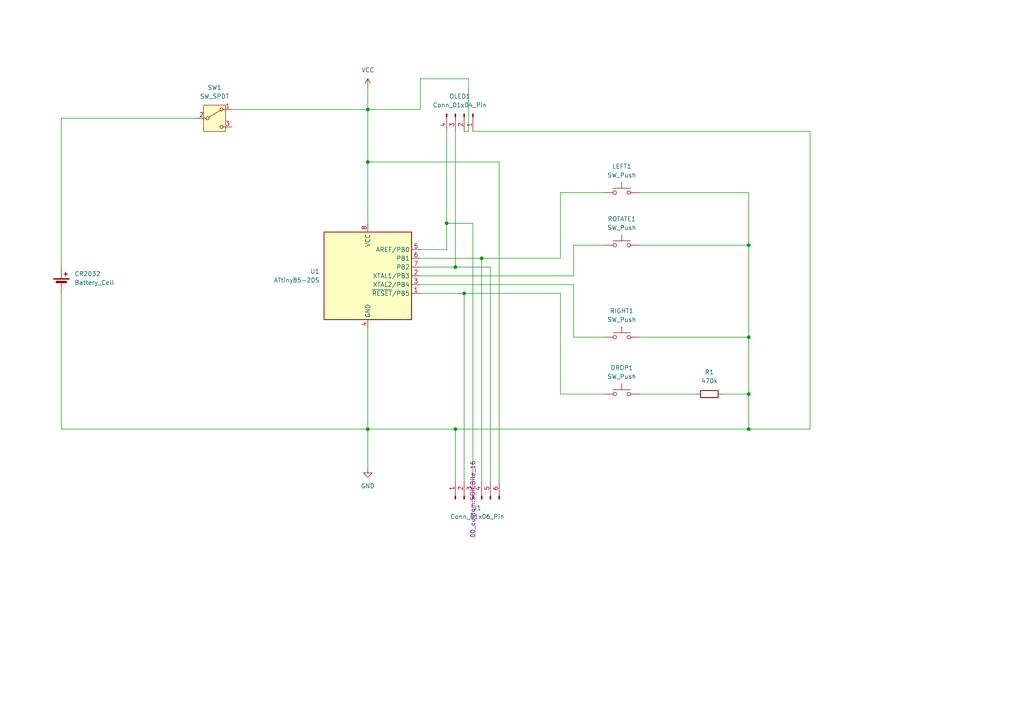
<source format=kicad_sch>
(kicad_sch (version 20231120) (generator "eeschema") (generator_version "8.0")
  (paper "A4")
  (lib_symbols
    (symbol "Connector:Conn_01x04_Pin" (pin_names (offset 1.016) hide)
      (property "Reference" "J" (at 0 5.08 0))
      (property "Value" "Conn_01x04_Pin" (at 0 -7.62 0))
      (symbol "Conn_01x04_Pin_1_1"
        (polyline (pts (xy 1.27 -5.08) (xy 0.8636 -5.08)) (stroke (width 0.1524)))
        (polyline (pts (xy 1.27 -2.54) (xy 0.8636 -2.54)) (stroke (width 0.1524)))
        (polyline (pts (xy 1.27 0) (xy 0.8636 0)) (stroke (width 0.1524)))
        (polyline (pts (xy 1.27 2.54) (xy 0.8636 2.54)) (stroke (width 0.1524)))
        (rectangle (start 0.8636 -4.953) (end 0 -5.207) (stroke (width 0.1524)) (fill (type outline)))
        (rectangle (start 0.8636 -2.413) (end 0 -2.667) (stroke (width 0.1524)) (fill (type outline)))
        (rectangle (start 0.8636 0.127) (end 0 -0.127) (stroke (width 0.1524)) (fill (type outline)))
        (rectangle (start 0.8636 2.667) (end 0 2.413) (stroke (width 0.1524)) (fill (type outline)))
        (pin passive line (at 5.08 2.54 180) (length 3.81) (name "Pin_1") (number "1"))
        (pin passive line (at 5.08 0 180) (length 3.81) (name "Pin_2") (number "2"))
        (pin passive line (at 5.08 -2.54 180) (length 3.81) (name "Pin_3") (number "3"))
        (pin passive line (at 5.08 -5.08 180) (length 3.81) (name "Pin_4") (number "4"))
      )
    )
    (symbol "Connector:Conn_01x06_Pin" (pin_names (offset 1.016) hide)
      (property "Reference" "J" (at 0 7.62 0))
      (property "Value" "Conn_01x06_Pin" (at 0 -10.16 0))
      (symbol "Conn_01x06_Pin_1_1"
        (polyline (pts (xy 1.27 -7.62) (xy 0.8636 -7.62)) (stroke (width 0.1524)))
        (polyline (pts (xy 1.27 -5.08) (xy 0.8636 -5.08)) (stroke (width 0.1524)))
        (polyline (pts (xy 1.27 -2.54) (xy 0.8636 -2.54)) (stroke (width 0.1524)))
        (polyline (pts (xy 1.27 0) (xy 0.8636 0)) (stroke (width 0.1524)))
        (polyline (pts (xy 1.27 2.54) (xy 0.8636 2.54)) (stroke (width 0.1524)))
        (polyline (pts (xy 1.27 5.08) (xy 0.8636 5.08)) (stroke (width 0.1524)))
        (rectangle (start 0.8636 -7.493) (end 0 -7.747) (stroke (width 0.1524)) (fill (type outline)))
        (rectangle (start 0.8636 -4.953) (end 0 -5.207) (stroke (width 0.1524)) (fill (type outline)))
        (rectangle (start 0.8636 -2.413) (end 0 -2.667) (stroke (width 0.1524)) (fill (type outline)))
        (rectangle (start 0.8636 0.127) (end 0 -0.127) (stroke (width 0.1524)) (fill (type outline)))
        (rectangle (start 0.8636 2.667) (end 0 2.413) (stroke (width 0.1524)) (fill (type outline)))
        (rectangle (start 0.8636 5.207) (end 0 4.953) (stroke (width 0.1524)) (fill (type outline)))
        (pin passive line (at 5.08 5.08 180) (length 3.81) (name "Pin_1") (number "1"))
        (pin passive line (at 5.08 2.54 180) (length 3.81) (name "Pin_2") (number "2"))
        (pin passive line (at 5.08 0 180) (length 3.81) (name "Pin_3") (number "3"))
        (pin passive line (at 5.08 -2.54 180) (length 3.81) (name "Pin_4") (number "4"))
        (pin passive line (at 5.08 -5.08 180) (length 3.81) (name "Pin_5") (number "5"))
        (pin passive line (at 5.08 -7.62 180) (length 3.81) (name "Pin_6") (number "6"))
      )
    )
    (symbol "Device:Battery_Cell" (pin_numbers hide) (pin_names (offset 0) hide)
      (property "Reference" "BT" (at 2.54 2.54 0))
      (property "Value" "Battery_Cell" (at 2.54 0 0))
      (symbol "Battery_Cell_0_1"
        (rectangle (start -2.286 1.778) (end 2.286 1.524) (fill (type outline)))
        (rectangle (start -1.524 1.016) (end 1.524 0.508) (fill (type outline)))
        (polyline (pts (xy 0 0.762) (xy 0 0)))
        (polyline (pts (xy 0 1.778) (xy 0 2.54)))
        (polyline (pts (xy 0.762 3.048) (xy 1.778 3.048)) (stroke (width 0.254)))
        (polyline (pts (xy 1.27 3.556) (xy 1.27 2.54)) (stroke (width 0.254)))
      )
      (symbol "Battery_Cell_1_1"
        (pin passive line (at 0 5.08 270) (length 2.54) (name "+") (number "1"))
        (pin passive line (at 0 -2.54 90) (length 2.54) (name "-") (number "2"))
      )
    )
    (symbol "Device:R" (pin_numbers hide) (pin_names (offset 0))
      (property "Reference" "R" (at 2.032 0 90))
      (property "Value" "R" (at 0 0 90))
      (symbol "R_0_1"
        (rectangle (start -1.016 -2.54) (end 1.016 2.54) (stroke (width 0.254)))
      )
      (symbol "R_1_1"
        (pin passive line (at 0 3.81 270) (length 1.27) (name "~") (number "1"))
        (pin passive line (at 0 -3.81 90) (length 1.27) (name "~") (number "2"))
      )
    )
    (symbol "MCU_Microchip_ATtiny:ATtiny85-20S"
      (property "Reference" "U" (at -12.7 13.97 0))
      (property "Value" "ATtiny85-20S" (at 2.54 -13.97 0))
      (symbol "ATtiny85-20S_0_1"
        (rectangle (start -12.7 -12.7) (end 12.7 12.7) (stroke (width 0.254)) (fill (type background)))
      )
      (symbol "ATtiny85-20S_1_1"
        (pin bidirectional line (at 15.24 -5.08 180) (length 2.54) (name "~{RESET}/PB5") (number "1"))
        (pin bidirectional line (at 15.24 0 180) (length 2.54) (name "XTAL1/PB3") (number "2"))
        (pin bidirectional line (at 15.24 -2.54 180) (length 2.54) (name "XTAL2/PB4") (number "3"))
        (pin power_in line (at 0 -15.24 90) (length 2.54) (name "GND") (number "4"))
        (pin bidirectional line (at 15.24 7.62 180) (length 2.54) (name "AREF/PB0") (number "5"))
        (pin bidirectional line (at 15.24 5.08 180) (length 2.54) (name "PB1") (number "6"))
        (pin bidirectional line (at 15.24 2.54 180) (length 2.54) (name "PB2") (number "7"))
        (pin power_in line (at 0 15.24 270) (length 2.54) (name "VCC") (number "8"))
      )
    )
    (symbol "Switch:SW_Push" (pin_numbers hide) (pin_names (offset 1.016) hide)
      (property "Reference" "SW" (at 1.27 2.54 0))
      (property "Value" "SW_Push" (at 0 -1.524 0))
      (symbol "SW_Push_0_1"
        (circle (center -2.032 0) (radius 0.508))
        (polyline (pts (xy 0 1.27) (xy 0 3.048)))
        (polyline (pts (xy 2.54 1.27) (xy -2.54 1.27)))
        (circle (center 2.032 0) (radius 0.508))
        (pin passive line (at -5.08 0 0) (length 2.54) (name "1") (number "1"))
        (pin passive line (at 5.08 0 180) (length 2.54) (name "2") (number "2"))
      )
    )
    (symbol "Switch:SW_SPDT" (pin_names (offset 0) hide)
      (property "Reference" "SW" (at 0 5.08 0))
      (property "Value" "SW_SPDT" (at 0 -5.08 0))
      (symbol "SW_SPDT_0_1"
        (circle (center -2.032 0) (radius 0.4572))
        (polyline (pts (xy -1.651 0.254) (xy 1.651 2.286)))
        (circle (center 2.032 -2.54) (radius 0.4572))
        (circle (center 2.032 2.54) (radius 0.4572))
      )
      (symbol "SW_SPDT_1_1"
        (rectangle (start -3.175 3.81) (end 3.175 -3.81) (fill (type background)))
        (pin passive line (at 5.08 2.54 180) (length 2.54) (name "A") (number "1"))
        (pin passive line (at -5.08 0 0) (length 2.54) (name "B") (number "2"))
        (pin passive line (at 5.08 -2.54 180) (length 2.54) (name "C") (number "3"))
      )
    )
    (symbol "power:GND" (power) (pin_numbers hide) (pin_names (offset 0) hide)
      (property "Value" "GND" (at 0 -3.81 0))
      (symbol "GND_0_1"
        (polyline (pts (xy 0 0) (xy 0 -1.27) (xy 1.27 -1.27) (xy 0 -2.54) (xy -1.27 -1.27) (xy 0 -1.27)))
      )
      (symbol "GND_1_1"
        (pin power_in line (at 0 0 270) (length 0) (name "~") (number "1"))
      )
    )
    (symbol "power:VCC" (power) (pin_numbers hide) (pin_names (offset 0) hide)
      (property "Value" "VCC" (at 0 3.556 0))
      (symbol "VCC_0_1"
        (polyline (pts (xy -0.762 1.27) (xy 0 2.54)))
        (polyline (pts (xy 0 0) (xy 0 2.54)))
        (polyline (pts (xy 0 2.54) (xy 0.762 1.27)))
      )
      (symbol "VCC_1_1"
        (pin power_in line (at 0 0 90) (length 0) (name "~") (number "1"))
      )
    )
  )
  (junction (at 217.17 124.46))
  (junction (at 106.68 46.99))
  (junction (at 217.17 97.79))
  (junction (at 134.62 85.09))
  (junction (at 106.68 31.75))
  (junction (at 132.08 77.47))
  (junction (at 129.54 64.77))
  (junction (at 217.17 114.3))
  (junction (at 106.68 124.46))
  (junction (at 132.08 124.46))
  (junction (at 217.17 71.12))
  (junction (at 139.7 74.93))
  (wire (pts (xy 17.78 124.46) (xy 106.68 124.46)))
  (wire (pts (xy 129.54 64.77) (xy 129.54 72.39)))
  (wire (pts (xy 106.68 124.46) (xy 106.68 135.89)))
  (wire (pts (xy 166.37 71.12) (xy 175.26 71.12)))
  (wire (pts (xy 142.24 77.47) (xy 132.08 77.47)))
  (wire (pts (xy 144.78 139.7) (xy 144.78 46.99)))
  (wire (pts (xy 217.17 114.3) (xy 217.17 124.46)))
  (wire (pts (xy 217.17 71.12) (xy 217.17 97.79)))
  (wire (pts (xy 106.68 25.4) (xy 106.68 31.75)))
  (wire (pts (xy 139.7 74.93) (xy 162.56 74.93)))
  (wire (pts (xy 185.42 114.3) (xy 201.93 114.3)))
  (wire (pts (xy 142.24 139.7) (xy 142.24 77.47)))
  (wire (pts (xy 121.92 77.47) (xy 132.08 77.47)))
  (wire (pts (xy 217.17 55.88) (xy 217.17 71.12)))
  (wire (pts (xy 134.62 85.09) (xy 162.56 85.09)))
  (wire (pts (xy 121.92 72.39) (xy 129.54 72.39)))
  (wire (pts (xy 134.62 85.09) (xy 134.62 139.7)))
  (wire (pts (xy 106.68 31.75) (xy 106.68 46.99)))
  (wire (pts (xy 185.42 97.79) (xy 217.17 97.79)))
  (wire (pts (xy 162.56 85.09) (xy 162.56 114.3)))
  (wire (pts (xy 185.42 71.12) (xy 217.17 71.12)))
  (wire (pts (xy 134.62 38.1) (xy 135.89 38.1)))
  (wire (pts (xy 121.92 82.55) (xy 166.37 82.55)))
  (wire (pts (xy 162.56 74.93) (xy 162.56 55.88)))
  (wire (pts (xy 132.08 38.1) (xy 132.08 77.47)))
  (wire (pts (xy 209.55 114.3) (xy 217.17 114.3)))
  (wire (pts (xy 67.31 31.75) (xy 106.68 31.75)))
  (wire (pts (xy 217.17 124.46) (xy 132.08 124.46)))
  (wire (pts (xy 17.78 34.29) (xy 57.15 34.29)))
  (wire (pts (xy 137.16 64.77) (xy 129.54 64.77)))
  (wire (pts (xy 234.95 38.1) (xy 234.95 124.46)))
  (wire (pts (xy 135.89 22.86) (xy 121.92 22.86)))
  (wire (pts (xy 129.54 38.1) (xy 129.54 64.77)))
  (wire (pts (xy 132.08 124.46) (xy 132.08 139.7)))
  (wire (pts (xy 166.37 80.01) (xy 166.37 71.12)))
  (wire (pts (xy 106.68 95.25) (xy 106.68 124.46)))
  (wire (pts (xy 162.56 55.88) (xy 175.26 55.88)))
  (wire (pts (xy 166.37 82.55) (xy 166.37 97.79)))
  (wire (pts (xy 17.78 77.47) (xy 17.78 34.29)))
  (wire (pts (xy 137.16 38.1) (xy 234.95 38.1)))
  (wire (pts (xy 139.7 74.93) (xy 139.7 139.7)))
  (wire (pts (xy 121.92 85.09) (xy 134.62 85.09)))
  (wire (pts (xy 185.42 55.88) (xy 217.17 55.88)))
  (wire (pts (xy 106.68 46.99) (xy 106.68 64.77)))
  (wire (pts (xy 137.16 139.7) (xy 137.16 64.77)))
  (wire (pts (xy 234.95 124.46) (xy 217.17 124.46)))
  (wire (pts (xy 121.92 74.93) (xy 139.7 74.93)))
  (wire (pts (xy 162.56 114.3) (xy 175.26 114.3)))
  (wire (pts (xy 121.92 80.01) (xy 166.37 80.01)))
  (wire (pts (xy 121.92 22.86) (xy 121.92 31.75)))
  (wire (pts (xy 217.17 97.79) (xy 217.17 114.3)))
  (wire (pts (xy 166.37 97.79) (xy 175.26 97.79)))
  (wire (pts (xy 17.78 85.09) (xy 17.78 124.46)))
  (wire (pts (xy 106.68 31.75) (xy 121.92 31.75)))
  (wire (pts (xy 135.89 38.1) (xy 135.89 22.86)))
  (wire (pts (xy 132.08 124.46) (xy 106.68 124.46)))
  (wire (pts (xy 144.78 46.99) (xy 106.68 46.99)))
  (symbol (lib_id "power:GND") (at 106.68 135.89 0) (unit 1)
    (property "Reference" "#PWR01" (effects (hide yes)))
    (property "Value" "GND" (at 106.68 140.97 0))
    (property "Description" "Power symbol creates a global label with name \"GND\" , ground" (effects (hide yes)))
  )
  (symbol (lib_id "Device:R") (at 205.74 114.3 90) (unit 1)
    (property "Reference" "R1" (at 205.74 107.95 90))
    (property "Value" "470k" (at 205.74 110.49 90))
    (property "Footprint" "Resistor_SMD:R_2512_6332Metric_Pad1.40x3.35mm_HandSolder" (effects (hide yes)))
    (property "Description" "Resistor" (effects (hide yes)))
  )
  (symbol (lib_id "Switch:SW_SPDT") (at 62.23 34.29 0) (unit 1)
    (property "Reference" "SW1" (at 62.23 25.4 0))
    (property "Value" "SW_SPDT" (at 62.23 27.94 0))
    (property "Footprint" "Button_Switch_SMD:SW_SPDT_PCM12" (effects (hide yes)))
    (property "Description" "Switch, single pole double throw" (effects (hide yes)))
  )
  (symbol (lib_id "Device:Battery_Cell") (at 17.78 82.55 0) (unit 1)
    (property "Reference" "CR2032" (at 21.59 79.4384 0) (effects (justify left)))
    (property "Value" "Battery_Cell" (at 21.59 81.9784 0) (effects (justify left)))
    (property "Footprint" "Battery:BatteryHolder_Keystone_1060_1x2032" (effects (hide yes)))
    (property "Description" "Single-cell battery" (effects (hide yes)))
  )
  (symbol (lib_id "MCU_Microchip_ATtiny:ATtiny85-20S") (at 106.68 80.01 0) (unit 1)
    (property "Reference" "U1" (at 92.71 78.7399 0) (effects (justify right)))
    (property "Value" "ATtiny85-20S" (at 92.71 81.2799 0) (effects (justify right)))
    (property "Footprint" "Package_SO:SOIC-8W_5.3x5.3mm_P1.27mm" (effects (hide yes)))
    (property "Datasheet" "http://ww1.microchip.com/downloads/en/DeviceDoc/atmel-2586-avr-8-bit-microcontroller-attiny25-attiny45-attiny85_datasheet.pdf" (effects (hide yes)))
    (property "Description" "20MHz, 8kB Flash, 512B SRAM, 512B EEPROM, debugWIRE, SOIC-8W" (effects (hide yes)))
  )
  (symbol (lib_id "Switch:SW_Push") (at 180.34 71.12 0) (unit 1)
    (property "Reference" "ROTATE1" (at 180.34 63.5 0))
    (property "Value" "SW_Push" (at 180.34 66.04 0))
    (property "Footprint" "Button_Switch_SMD:SW_Push_1P1T_NO_6x6mm_H9.5mm" (effects (hide yes)))
    (property "Description" "Push button switch, generic, two pins" (effects (hide yes)))
  )
  (symbol (lib_id "Switch:SW_Push") (at 180.34 114.3 0) (unit 1)
    (property "Reference" "DROP1" (at 180.34 106.68 0))
    (property "Value" "SW_Push" (at 180.34 109.22 0))
    (property "Footprint" "Button_Switch_SMD:SW_Push_1P1T_NO_6x6mm_H9.5mm" (effects (hide yes)))
    (property "Description" "Push button switch, generic, two pins" (effects (hide yes)))
  )
  (symbol (lib_id "power:VCC") (at 106.68 25.4 0) (unit 1)
    (property "Reference" "#PWR02" (effects (hide yes)))
    (property "Value" "VCC" (at 106.68 20.32 0))
    (property "Description" "Power symbol creates a global label with name \"VCC\"" (effects (hide yes)))
  )
  (symbol (lib_id "Connector:Conn_01x06_Pin") (at 137.16 144.78 90) (unit 1)
    (property "Reference" "J1" (at 138.43 147.32 90))
    (property "Value" "Conn_01x06_Pin" (at 138.43 149.86 90))
    (property "Footprint" "00_custom:SOICBite_16" (at 137.16 144.78 0))
    (property "Description" "Generic connector, single row, 01x06, script generated" (effects (hide yes)))
  )
  (symbol (lib_id "Switch:SW_Push") (at 180.34 55.88 0) (unit 1)
    (property "Reference" "LEFT1" (at 180.34 48.26 0))
    (property "Value" "SW_Push" (at 180.34 50.8 0))
    (property "Footprint" "Button_Switch_SMD:SW_Push_1P1T_NO_6x6mm_H9.5mm" (effects (hide yes)))
    (property "Description" "Push button switch, generic, two pins" (effects (hide yes)))
  )
  (symbol (lib_id "Switch:SW_Push") (at 180.34 97.79 0) (unit 1)
    (property "Reference" "RIGHT1" (at 180.34 90.17 0))
    (property "Value" "SW_Push" (at 180.34 92.71 0))
    (property "Footprint" "Button_Switch_SMD:SW_Push_1P1T_NO_6x6mm_H9.5mm" (effects (hide yes)))
    (property "Description" "Push button switch, generic, two pins" (effects (hide yes)))
  )
  (symbol (lib_id "Connector:Conn_01x04_Pin") (at 134.62 33.02 270) (unit 1)
    (property "Reference" "OLED1" (at 133.35 27.94 90))
    (property "Value" "Conn_01x04_Pin" (at 133.35 30.48 90))
    (property "Footprint" "Connector_PinHeader_2.54mm:PinHeader_1x04_P2.54mm_Vertical" (effects (hide yes)))
    (property "Description" "Generic connector, single row, 01x04, script generated" (effects (hide yes)))
  )
)
</source>
